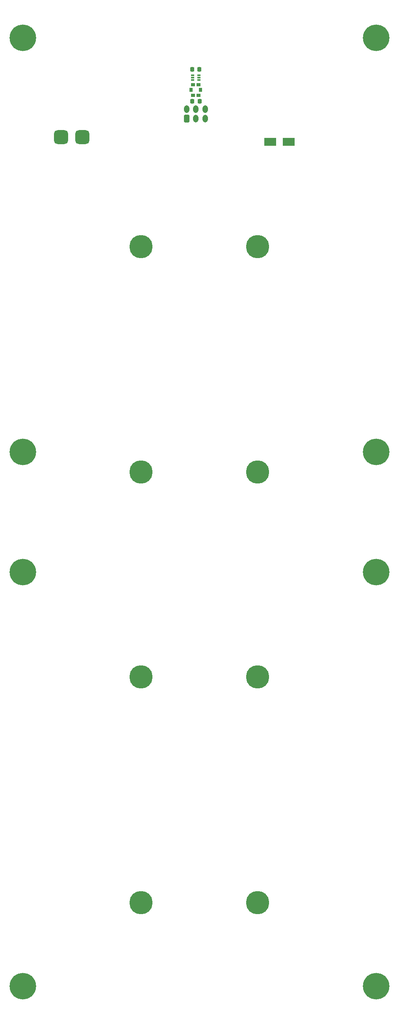
<source format=gbr>
%TF.GenerationSoftware,KiCad,Pcbnew,9.0.0*%
%TF.CreationDate,2025-10-09T13:40:37-07:00*%
%TF.ProjectId,2U_XY_V1,32555f58-595f-4563-912e-6b696361645f,1.0*%
%TF.SameCoordinates,Original*%
%TF.FileFunction,Soldermask,Top*%
%TF.FilePolarity,Negative*%
%FSLAX46Y46*%
G04 Gerber Fmt 4.6, Leading zero omitted, Abs format (unit mm)*
G04 Created by KiCad (PCBNEW 9.0.0) date 2025-10-09 13:40:37*
%MOMM*%
%LPD*%
G01*
G04 APERTURE LIST*
G04 Aperture macros list*
%AMRoundRect*
0 Rectangle with rounded corners*
0 $1 Rounding radius*
0 $2 $3 $4 $5 $6 $7 $8 $9 X,Y pos of 4 corners*
0 Add a 4 corners polygon primitive as box body*
4,1,4,$2,$3,$4,$5,$6,$7,$8,$9,$2,$3,0*
0 Add four circle primitives for the rounded corners*
1,1,$1+$1,$2,$3*
1,1,$1+$1,$4,$5*
1,1,$1+$1,$6,$7*
1,1,$1+$1,$8,$9*
0 Add four rect primitives between the rounded corners*
20,1,$1+$1,$2,$3,$4,$5,0*
20,1,$1+$1,$4,$5,$6,$7,0*
20,1,$1+$1,$6,$7,$8,$9,0*
20,1,$1+$1,$8,$9,$2,$3,0*%
G04 Aperture macros list end*
%ADD10C,5.700000*%
%ADD11C,5.000000*%
%ADD12RoundRect,0.750000X-0.750000X-0.750000X0.750000X-0.750000X0.750000X0.750000X-0.750000X0.750000X0*%
%ADD13R,0.790000X0.850000*%
%ADD14R,0.850000X0.790000*%
%ADD15RoundRect,0.087500X-0.250000X-0.087500X0.250000X-0.087500X0.250000X0.087500X-0.250000X0.087500X0*%
%ADD16R,2.500000X1.700000*%
%ADD17RoundRect,0.218750X0.218750X0.256250X-0.218750X0.256250X-0.218750X-0.256250X0.218750X-0.256250X0*%
%ADD18RoundRect,0.250000X-0.350000X-0.575000X0.350000X-0.575000X0.350000X0.575000X-0.350000X0.575000X0*%
%ADD19O,1.200000X1.650000*%
%ADD20RoundRect,0.225000X-0.225000X-0.250000X0.225000X-0.250000X0.225000X0.250000X-0.225000X0.250000X0*%
G04 APERTURE END LIST*
D10*
%TO.C,J12*%
X171800001Y-155450000D03*
%TD*%
%TO.C,J14*%
X247800001Y-155450000D03*
%TD*%
%TO.C,J112*%
X171800001Y-129650000D03*
%TD*%
%TO.C,J114*%
X247800001Y-129650000D03*
%TD*%
%TO.C,J2*%
X171800001Y-40650000D03*
%TD*%
%TO.C,J4*%
X247800001Y-40650000D03*
%TD*%
%TO.C,J3*%
X171800001Y-244450000D03*
%TD*%
D11*
%TO.C,SC1*%
X222250000Y-134000000D03*
X197250000Y-134000000D03*
X197250000Y-85500000D03*
X222250000Y-85500000D03*
%TD*%
D12*
%TO.C,TP1*%
X184600000Y-62010000D03*
%TD*%
D13*
%TO.C,U7*%
X210030000Y-51860000D03*
D14*
X209590000Y-50710000D03*
X208390000Y-50710000D03*
D13*
X207950000Y-51860000D03*
D14*
X208390000Y-53010000D03*
X209590000Y-53010000D03*
%TD*%
D15*
%TO.C,U2*%
X208267500Y-48700000D03*
X208267499Y-49200000D03*
X208267500Y-49700000D03*
X209692500Y-49700000D03*
X209692501Y-49200000D03*
X209692500Y-48700000D03*
%TD*%
D12*
%TO.C,TP2*%
X180000000Y-62000000D03*
%TD*%
D16*
%TO.C,D2*%
X225000000Y-63000000D03*
X229000002Y-63000000D03*
%TD*%
D10*
%TO.C,J5*%
X247800000Y-244500000D03*
%TD*%
D11*
%TO.C,SC2*%
X222250000Y-226500000D03*
X197250000Y-226500000D03*
X197250000Y-178000000D03*
X222250000Y-178000000D03*
%TD*%
D17*
%TO.C,D4*%
X209807501Y-54260000D03*
X208232499Y-54260000D03*
%TD*%
D18*
%TO.C,CN1*%
X207000000Y-58020000D03*
D19*
X207000000Y-56019999D03*
X209000001Y-58020000D03*
X209000000Y-56020000D03*
X211000000Y-58020000D03*
X211000001Y-56020000D03*
%TD*%
D20*
%TO.C,C2*%
X208205000Y-47480000D03*
X209755000Y-47480000D03*
%TD*%
M02*

</source>
